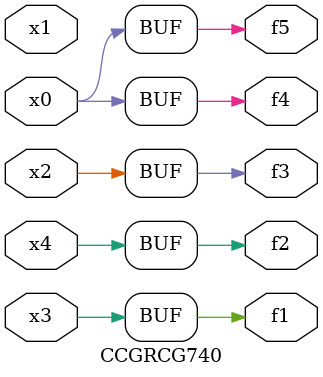
<source format=v>
module CCGRCG740(
	input x0, x1, x2, x3, x4,
	output f1, f2, f3, f4, f5
);
	assign f1 = x3;
	assign f2 = x4;
	assign f3 = x2;
	assign f4 = x0;
	assign f5 = x0;
endmodule

</source>
